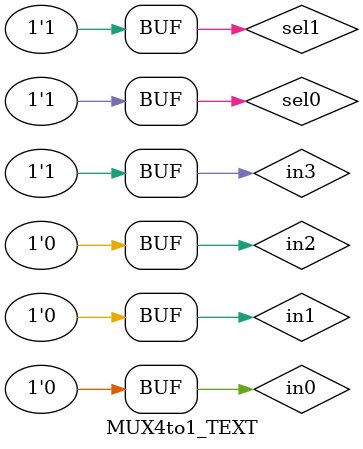
<source format=v>
`timescale 1ns / 1ps


module MUX4to1_TEXT;

	// Inputs
	reg in0;
	reg in1;
	reg in2;
	reg in3;
	reg sel1;
	reg sel0;

	// Outputs
	wire out;

	// Instantiate the Unit Under Test (UUT)
	MUX4to1 uut (
		.in0(in0), 
		.in1(in1), 
		.in2(in2), 
		.in3(in3), 
		.sel1(sel1), 
		.sel0(sel0), 
		.out(out)
	);

	initial begin
		// Initialize Inputs
		in0 = 1;
		in1 = 0;
		in2 = 0;
		in3 = 0;
		sel1 = 0;
		sel0 = 0;

		// Wait 100 ns for global reset to finish
		#100;
		in0 = 0;
		in1 = 1;
		in2 = 0;
		in3 = 0;
		sel1 = 0;
		sel0 = 1;

		// Wait 100 ns for global reset to finish
		#100;
		in0 = 0;
		in1 = 0;
		in2 = 1;
		in3 = 0;
		sel1 = 1;
		sel0 = 0;

		// Wait 100 ns for global reset to finish
		#100;
		in0 = 0;
		in1 = 0;
		in2 = 0;
		in3 = 1;
		sel1 = 1;
		sel0 = 1;

		// Wait 100 ns for global reset to finish
		#100;
        
		// Add stimulus here

	end
      
endmodule


</source>
